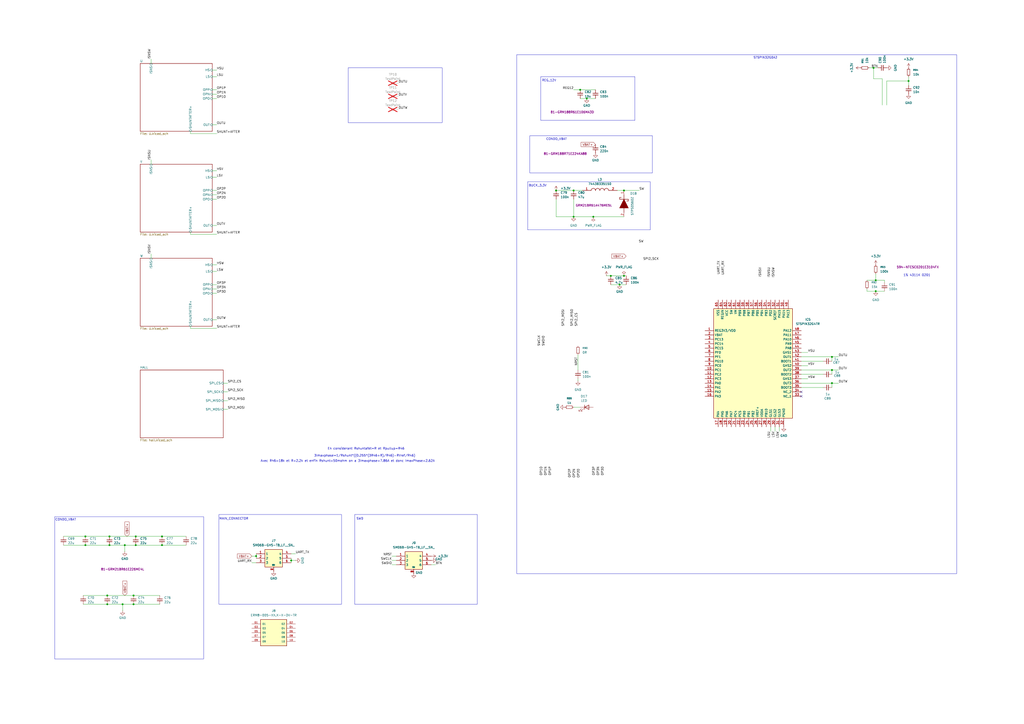
<source format=kicad_sch>
(kicad_sch (version 20250114) (generator "eeschema") (generator_version "9.0")
  (paper "A2")
  (rectangle (start 307.34 78.74) (end 378.46 100.33))
  (rectangle (start 299.72 31.75) (end 554.99 332.74))
  (rectangle (start 306.07 105.41) (end 377.19 133.35))
  (rectangle (start 31.75 299.72) (end 118.11 382.27))
  (rectangle (start 313.69 44.45) (end 368.3 69.85))
  (rectangle (start 201.93 39.37) (end 256.54 71.12))
  (rectangle (start 127 298.45) (end 198.12 350.52))
  (rectangle (start 205.74 298.45) (end 276.86 350.52))
  (text "BUCK_3.3V\n" (at 311.912 107.696 0) (effects (font (size 1.27 1.27))))
  (text "STSPIN32G0A2" (at 443.992 33.528 0) (effects (font (size 1.27 1.27))))
  (text "CONDO_VBAT" (at 38.1 301.498 0) (effects (font (size 1.27 1.27))))
  (text "MAIN_CONNECTOR" (at 135.636 300.99 0) (effects (font (size 1.27 1.27))))
  (text "1% 4311K 0201" (at 531.876 159.766 0) (effects (font (size 1.27 1.27))))
  (text "SWD\n" (at 208.788 300.99 0) (effects (font (size 1.27 1.27))))
  (text "CONDO_VBAT" (at 322.834 80.772 0) (effects (font (size 1.27 1.27))))
  (text "En considerant Rshuntafet=R et Rpullup=R46" (at 212.344 260.35 0) (effects (font (size 1.27 1.27))))
  (text "3Imaxphase=1/Rshunt*((0.255*(3R46+R)/R46)-RVref/R46)\n" (at 211.582 264.414 0) (effects (font (size 1.27 1.27))))
  (text "Avec R46=18k et R=2.2k et enfin Rshunt=50mohm on a 3Imaxphase=7.86A et donc ImaxPhase=2.62A" (at 201.676 267.462 0) (effects (font (size 1.27 1.27))))
  (text "REG_12V\n" (at 318.516 46.736 0) (effects (font (size 1.27 1.27))))
  (junction (at 322.58 110.49))
  (junction (at 168.91 325.12))
  (junction (at 508 162.56))
  (junction (at 482.6 222.25))
  (junction (at 78.74 316.23))
  (junction (at 93.98 311.15))
  (junction (at 49.53 311.15))
  (junction (at 71.12 350.52))
  (junction (at 359.41 165.1))
  (junction (at 482.6 214.63))
  (junction (at 49.53 316.23))
  (junction (at 63.5 311.15))
  (junction (at 340.36 57.15))
  (junction (at 332.74 110.49))
  (junction (at 361.95 160.02))
  (junction (at 78.74 311.15))
  (junction (at 344.17 125.73))
  (junction (at 482.6 207.01))
  (junction (at 77.47 345.44))
  (junction (at 336.55 52.07))
  (junction (at 354.33 160.02))
  (junction (at 506.73 39.37))
  (junction (at 361.95 110.49))
  (junction (at 62.23 350.52))
  (junction (at 77.47 350.52))
  (junction (at 508 168.91))
  (junction (at 527.05 46.99))
  (junction (at 72.39 316.23))
  (junction (at 332.74 125.73))
  (junction (at 63.5 316.23))
  (junction (at 93.98 316.23))
  (junction (at 62.23 345.44))
  (junction (at 148.59 322.58))
  (no_connect (at 464.82 227.33))
  (no_connect (at 464.82 229.87))
  (wire (pts (xy 464.82 222.25) (xy 482.6 222.25)))
  (wire (pts (xy 125.73 153.67) (xy 123.19 153.67)))
  (wire (pts (xy 508 168.91) (xy 513.08 168.91)))
  (wire (pts (xy 168.91 325.12) (xy 168.91 326.39)))
  (wire (pts (xy 125.73 157.48) (xy 123.19 157.48)))
  (wire (pts (xy 468.63 219.71) (xy 464.82 219.71)))
  (wire (pts (xy 125.73 130.81) (xy 123.19 130.81)))
  (wire (pts (xy 110.49 190.5) (xy 110.49 189.23)))
  (wire (pts (xy 148.59 322.58) (xy 148.59 323.85)))
  (wire (pts (xy 87.63 92.71) (xy 87.63 95.25)))
  (wire (pts (xy 125.73 77.47) (xy 110.49 77.47)))
  (wire (pts (xy 332.74 125.73) (xy 344.17 125.73)))
  (wire (pts (xy 72.39 316.23) (xy 72.39 320.04)))
  (wire (pts (xy 125.73 72.39) (xy 123.19 72.39)))
  (wire (pts (xy 148.59 321.31) (xy 148.59 322.58)))
  (wire (pts (xy 502.92 168.91) (xy 508 168.91)))
  (wire (pts (xy 36.83 311.15) (xy 49.53 311.15)))
  (wire (pts (xy 125.73 54.61) (xy 123.19 54.61)))
  (wire (pts (xy 72.39 316.23) (xy 78.74 316.23)))
  (wire (pts (xy 125.73 170.18) (xy 123.19 170.18)))
  (wire (pts (xy 482.6 224.79) (xy 482.6 222.25)))
  (wire (pts (xy 48.26 350.52) (xy 62.23 350.52)))
  (wire (pts (xy 146.05 326.39) (xy 148.59 326.39)))
  (wire (pts (xy 506.73 45.72) (xy 506.73 39.37)))
  (wire (pts (xy 332.74 110.49) (xy 337.82 110.49)))
  (wire (pts (xy 482.6 207.01) (xy 486.41 207.01)))
  (wire (pts (xy 449.58 250.19) (xy 449.58 247.65)))
  (wire (pts (xy 125.73 110.49) (xy 123.19 110.49)))
  (wire (pts (xy 514.35 46.99) (xy 527.05 46.99)))
  (wire (pts (xy 468.63 204.47) (xy 464.82 204.47)))
  (wire (pts (xy 63.5 311.15) (xy 78.74 311.15)))
  (wire (pts (xy 125.73 102.87) (xy 123.19 102.87)))
  (wire (pts (xy 93.98 316.23) (xy 107.95 316.23)))
  (wire (pts (xy 125.73 185.42) (xy 123.19 185.42)))
  (wire (pts (xy 511.81 60.96) (xy 511.81 45.72)))
  (wire (pts (xy 227.33 322.58) (xy 229.87 322.58)))
  (wire (pts (xy 447.04 250.19) (xy 447.04 247.65)))
  (wire (pts (xy 125.73 99.06) (xy 123.19 99.06)))
  (wire (pts (xy 78.74 311.15) (xy 93.98 311.15)))
  (wire (pts (xy 322.58 125.73) (xy 322.58 115.57)))
  (wire (pts (xy 252.73 327.66) (xy 250.19 327.66)))
  (wire (pts (xy 336.55 52.07) (xy 345.44 52.07)))
  (wire (pts (xy 502.92 162.56) (xy 508 162.56)))
  (wire (pts (xy 63.5 316.23) (xy 72.39 316.23)))
  (wire (pts (xy 527.05 44.45) (xy 527.05 46.99)))
  (wire (pts (xy 354.33 160.02) (xy 361.95 160.02)))
  (wire (pts (xy 322.58 110.49) (xy 332.74 110.49)))
  (wire (pts (xy 71.12 350.52) (xy 77.47 350.52)))
  (wire (pts (xy 125.73 167.64) (xy 123.19 167.64)))
  (wire (pts (xy 125.73 40.64) (xy 123.19 40.64)))
  (wire (pts (xy 513.08 162.56) (xy 513.08 163.83)))
  (wire (pts (xy 171.45 325.12) (xy 168.91 325.12)))
  (wire (pts (xy 78.74 316.23) (xy 93.98 316.23)))
  (wire (pts (xy 332.74 236.22) (xy 336.55 236.22)))
  (wire (pts (xy 482.6 217.17) (xy 482.6 214.63)))
  (wire (pts (xy 482.6 209.55) (xy 482.6 207.01)))
  (wire (pts (xy 506.73 39.37) (xy 509.27 39.37)))
  (wire (pts (xy 482.6 214.63) (xy 486.41 214.63)))
  (wire (pts (xy 87.63 147.32) (xy 87.63 149.86)))
  (wire (pts (xy 508 162.56) (xy 508 158.75)))
  (wire (pts (xy 125.73 52.07) (xy 123.19 52.07)))
  (wire (pts (xy 110.49 77.47) (xy 110.49 76.2)))
  (wire (pts (xy 125.73 115.57) (xy 123.19 115.57)))
  (wire (pts (xy 146.05 322.58) (xy 148.59 322.58)))
  (wire (pts (xy 110.49 135.89) (xy 110.49 134.62)))
  (wire (pts (xy 340.36 57.15) (xy 345.44 57.15)))
  (wire (pts (xy 125.73 57.15) (xy 123.19 57.15)))
  (wire (pts (xy 336.55 57.15) (xy 340.36 57.15)))
  (wire (pts (xy 354.33 165.1) (xy 359.41 165.1)))
  (wire (pts (xy 464.82 207.01) (xy 482.6 207.01)))
  (wire (pts (xy 87.63 34.29) (xy 87.63 36.83)))
  (wire (pts (xy 171.45 321.31) (xy 168.91 321.31)))
  (wire (pts (xy 361.95 110.49) (xy 370.84 110.49)))
  (wire (pts (xy 132.08 222.25) (xy 129.54 222.25)))
  (wire (pts (xy 513.08 162.56) (xy 508 162.56)))
  (wire (pts (xy 125.73 135.89) (xy 110.49 135.89)))
  (wire (pts (xy 48.26 345.44) (xy 62.23 345.44)))
  (wire (pts (xy 168.91 325.12) (xy 168.91 323.85)))
  (wire (pts (xy 49.53 316.23) (xy 63.5 316.23)))
  (wire (pts (xy 335.28 205.74) (xy 335.28 214.63)))
  (wire (pts (xy 464.82 209.55) (xy 477.52 209.55)))
  (wire (pts (xy 62.23 345.44) (xy 77.47 345.44)))
  (wire (pts (xy 464.82 214.63) (xy 482.6 214.63)))
  (wire (pts (xy 125.73 165.1) (xy 123.19 165.1)))
  (wire (pts (xy 452.12 250.19) (xy 452.12 247.65)))
  (wire (pts (xy 125.73 113.03) (xy 123.19 113.03)))
  (wire (pts (xy 227.33 325.12) (xy 229.87 325.12)))
  (wire (pts (xy 504.19 39.37) (xy 506.73 39.37)))
  (wire (pts (xy 332.74 115.57) (xy 332.74 125.73)))
  (wire (pts (xy 77.47 345.44) (xy 92.71 345.44)))
  (wire (pts (xy 502.92 167.64) (xy 502.92 168.91)))
  (wire (pts (xy 77.47 350.52) (xy 92.71 350.52)))
  (wire (pts (xy 227.33 327.66) (xy 229.87 327.66)))
  (wire (pts (xy 527.05 46.99) (xy 527.05 49.53)))
  (wire (pts (xy 62.23 350.52) (xy 71.12 350.52)))
  (wire (pts (xy 361.95 160.02) (xy 363.22 160.02)))
  (wire (pts (xy 468.63 212.09) (xy 464.82 212.09)))
  (wire (pts (xy 464.82 224.79) (xy 477.52 224.79)))
  (wire (pts (xy 359.41 165.1) (xy 363.22 165.1)))
  (wire (pts (xy 322.58 125.73) (xy 332.74 125.73)))
  (wire (pts (xy 464.82 217.17) (xy 477.52 217.17)))
  (wire (pts (xy 514.35 46.99) (xy 514.35 60.96)))
  (wire (pts (xy 36.83 316.23) (xy 49.53 316.23)))
  (wire (pts (xy 125.73 44.45) (xy 123.19 44.45)))
  (wire (pts (xy 344.17 125.73) (xy 361.95 125.73)))
  (wire (pts (xy 132.08 237.49) (xy 129.54 237.49)))
  (wire (pts (xy 129.54 227.33) (xy 132.08 227.33)))
  (wire (pts (xy 358.14 110.49) (xy 361.95 110.49)))
  (wire (pts (xy 335.28 219.71) (xy 335.28 220.98)))
  (wire (pts (xy 49.53 311.15) (xy 63.5 311.15)))
  (wire (pts (xy 351.79 160.02) (xy 354.33 160.02)))
  (wire (pts (xy 71.12 350.52) (xy 71.12 354.33)))
  (wire (pts (xy 332.74 52.07) (xy 336.55 52.07)))
  (wire (pts (xy 93.98 311.15) (xy 107.95 311.15)))
  (wire (pts (xy 132.08 232.41) (xy 129.54 232.41)))
  (wire (pts (xy 511.81 45.72) (xy 506.73 45.72)))
  (wire (pts (xy 482.6 222.25) (xy 486.41 222.25)))
  (wire (pts (xy 125.73 190.5) (xy 110.49 190.5)))
  (label "LSV" (at 125.73 102.87 0))
  (label "NRST" (at 227.33 322.58 180))
  (label "SW" (at 373.38 140.97 180))
  (label "SPI2_MISO" (at 132.08 232.41 0))
  (label "HSW" (at 125.73 153.67 0))
  (label "HSV" (at 468.63 212.09 0))
  (label "SPI2_CS" (at 132.08 222.25 0))
  (label "NRST" (at 335.28 212.09 90))
  (label "OP1O" (at 125.73 57.15 0))
  (label "OP2O" (at 336.55 271.78 270))
  (label "ISNSU" (at 87.63 92.71 90))
  (label "ISNSU" (at 447.04 154.94 270))
  (label "HSU" (at 125.73 40.64 0))
  (label "OP2O" (at 125.73 115.57 0))
  (label "OUTV" (at 486.41 214.63 0))
  (label "SPI2_CS" (at 335.28 189.23 90))
  (label "BTN" (at 252.73 327.66 0))
  (label "OP3N" (at 125.73 167.64 0))
  (label "SPI2_SCK" (at 382.27 151.13 180))
  (label "UART_TX" (at 417.83 151.13 270))
  (label "OP2P" (at 331.47 271.78 270))
  (label "SPI2_MOSI" (at 132.08 237.49 0))
  (label "OP3P" (at 125.73 165.1 0))
  (label "OP1N" (at 317.5 270.51 270))
  (label "OUTW" (at 486.41 222.25 0))
  (label "OUTW" (at 231.14 63.5 0))
  (label "OP1N" (at 125.73 54.61 0))
  (label "OUTU" (at 486.41 207.01 0))
  (label "OP1P" (at 125.73 52.07 0))
  (label "ISNSV" (at 441.96 154.94 270))
  (label "LSU" (at 447.04 250.19 270))
  (label "OUTU" (at 125.73 72.39 0))
  (label "SHUNT+AFTER" (at 125.73 135.89 0))
  (label "OUTV" (at 231.14 55.88 0))
  (label "UART_RX" (at 146.05 326.39 180))
  (label "LSV" (at 449.58 250.19 270))
  (label "REG12" (at 332.74 52.07 180))
  (label "UART_RX" (at 420.37 151.13 270))
  (label "LSU" (at 125.73 44.45 0))
  (label "LSW" (at 452.12 250.19 270))
  (label "SPI2_MOSI" (at 327.66 189.23 90))
  (label "SW" (at 370.84 110.49 0))
  (label "SWDIO" (at 316.23 200.66 90))
  (label "UART_TX" (at 171.45 321.31 0))
  (label "ISNSV" (at 87.63 147.32 90))
  (label "OP1O" (at 314.96 270.51 270))
  (label "SWDIO" (at 227.33 327.66 180))
  (label "HSU" (at 468.63 204.47 0))
  (label "OP3P" (at 345.44 270.51 270))
  (label "HSV" (at 125.73 99.06 0))
  (label "OP1P" (at 320.04 270.51 270))
  (label "ISNSW" (at 87.63 34.29 90))
  (label "OUTW" (at 125.73 185.42 0))
  (label "HSW" (at 468.63 219.71 0))
  (label "OP2N" (at 125.73 113.03 0))
  (label "SPI2_SCK" (at 132.08 227.33 0))
  (label "SWCLK" (at 313.69 200.66 90))
  (label "LSW" (at 125.73 157.48 0))
  (label "BTN" (at 505.46 39.37 0))
  (label "OP3N" (at 347.98 270.51 270))
  (label "OUTU" (at 231.14 48.26 0))
  (label "ISNSW" (at 449.58 154.94 270))
  (label "SWCLK" (at 227.33 325.12 180))
  (label "OP2P" (at 125.73 110.49 0))
  (label "OP3O" (at 125.73 170.18 0))
  (label "SPI2_MISO" (at 332.74 189.23 90))
  (label "OP2N" (at 334.01 271.78 270))
  (label "SHUNT+AFTER" (at 125.73 77.47 0))
  (label "OUTV" (at 125.73 130.81 0))
  (label "SHUNT+AFTER" (at 125.73 190.5 0))
  (label "OP3O" (at 350.52 270.51 270))
  (global_label "VBAT+" (shape input) (at 345.44 83.82 180) (property "Intersheetrefs" "${INTERSHEET_REFS}" (effects (hide yes))))
  (global_label "VBAT+" (shape input) (at 72.39 345.44 90) (property "Intersheetrefs" "${INTERSHEET_REFS}" (effects (hide yes))))
  (global_label "VBAT+" (shape input) (at 363.22 148.59 180) (property "Intersheetrefs" "${INTERSHEET_REFS}" (effects (hide yes))))
  (global_label "VBAT+" (shape input) (at 73.66 311.15 90) (property "Intersheetrefs" "${INTERSHEET_REFS}" (effects (hide yes))))
  (global_label "VBAT+" (shape input) (at 146.05 322.58 180) (property "Intersheetrefs" "${INTERSHEET_REFS}" (effects (hide yes))))
  (symbol (lib_id "Device:C_Small") (at 480.06 217.17 90) (mirror x) (unit 1)
    (property "Reference" "C20" (at 485.648 217.932 90))
    (property "Value" "1u" (at 485.648 215.9 90))
    (property "Footprint" "Capacitor_SMD:C_0603_1608Metric" (effects (hide yes)))
    (property "Description" "Unpolarized capacitor, small symbol" (effects (hide yes)))
    (property "Manufacturer_Part_Number" "GCM188M8EH105KE8D" (effects (hide yes)))
    (property "Mouser Part Number" "81-GCM188M8EH105KE8D" (effects (hide yes)))
    (instances (project "FOC_CONTROLLER_V1" (path "" (reference "C88") (unit 1)) (path "" (reference "C20") (unit 1)) (path "" (reference "C54") (unit 1))))
  )
  (symbol (lib_id "Connector:TestPoint") (at 231.14 55.88 90) (unit 1) (dnp yes)
    (property "Reference" "TP5" (at 227.838 50.8 90))
    (property "Value" "TestPoint" (at 227.838 53.34 90))
    (property "Footprint" "samacsys:hole_1.5mm" (effects (hide yes)))
    (property "Description" "test point" (effects (hide yes)))
    (instances (project "FOC_CONTROLLER_V1" (path "" (reference "TP11") (unit 1)) (path "" (reference "TP5") (unit 1)) (path "" (reference "TP8") (unit 1))))
  )
  (symbol (lib_id "power:GND") (at 335.28 220.98 0) (unit 1)
    (property "Reference" "#PWR012" (effects (hide yes)))
    (property "Value" "GND" (at 335.28 226.06 0))
    (property "Description" "Power symbol creates a global label with name \"GND\" , ground" (effects (hide yes)))
    (instances (project "FOC_CONTROLLER_V1" (path "" (reference "#PWR098") (unit 1)) (path "" (reference "#PWR012") (unit 1)) (path "" (reference "#PWR055") (unit 1))))
  )
  (symbol (lib_id "power:GND") (at 327.66 236.22 270) (unit 1)
    (property "Reference" "#PWR010" (effects (hide yes)))
    (property "Value" "GND" (at 323.596 236.22 0))
    (property "Description" "Power symbol creates a global label with name \"GND\" , ground" (effects (hide yes)))
    (instances (project "FOC_CONTROLLER_V1" (path "" (reference "#PWR096") (unit 1)) (path "" (reference "#PWR010") (unit 1)) (path "" (reference "#PWR053") (unit 1))))
  )
  (symbol (lib_id "Device:C_Small") (at 336.55 54.61 180) (unit 1)
    (property "Reference" "C14" (at 339.09 53.3335 0) (effects (justify right)))
    (property "Value" "10u" (at 339.09 55.8735 0) (effects (justify right)))
    (property "Footprint" "Capacitor_SMD:C_0603_1608Metric" (effects (hide yes)))
    (property "Description" "Unpolarized capacitor, small symbol" (effects (hide yes)))
    (property "Manufacturer_Part_Number" "GRM188R61E106MA3D" (effects (hide yes)))
    (property "Mouser Part Number" "81-GRM188R61E106MA3D" (at 331.978 65.024 0))
    (instances (project "FOC_CONTROLLER_V1" (path "" (reference "C82") (unit 1)) (path "" (reference "C14") (unit 1)) (path "" (reference "C48") (unit 1))))
  )
  (symbol (lib_id "power:GND") (at 345.44 88.9 0) (unit 1)
    (property "Reference" "#PWR014" (effects (hide yes)))
    (property "Value" "GND" (at 345.44 92.964 0))
    (property "Description" "Power symbol creates a global label with name \"GND\" , ground" (effects (hide yes)))
    (instances (project "FOC_CONTROLLER_V1" (path "" (reference "#PWR0100") (unit 1)) (path "" (reference "#PWR014") (unit 1)) (path "" (reference "#PWR057") (unit 1))))
  )
  (symbol (lib_id "Device:R_Small") (at 527.05 41.91 0) (unit 1)
    (property "Reference" "R6" (at 529.59 40.6399 0) (effects (font (size 1.016 1.016)) (justify left)))
    (property "Value" "10k" (at 529.59 43.1799 0) (effects (justify left)))
    (property "Footprint" "Resistor_SMD:R_0201_0603Metric_Pad0.64x0.40mm_HandSolder" (effects (hide yes)))
    (property "Description" "Resistor, small symbol" (effects (hide yes)))
    (instances (project "FOC_CONTROLLER_V1" (path "" (reference "R94") (unit 1)) (path "" (reference "R6") (unit 1)) (path "" (reference "R50") (unit 1))))
  )
  (symbol (lib_id "Device:R_Small") (at 330.2 236.22 90) (unit 1)
    (property "Reference" "R1" (at 330.2 231.14 90) (effects (font (size 1.016 1.016))))
    (property "Value" "1k" (at 330.2 233.68 90))
    (property "Footprint" "Resistor_SMD:R_0201_0603Metric_Pad0.64x0.40mm_HandSolder" (effects (hide yes)))
    (property "Description" "Resistor, small symbol" (effects (hide yes)))
    (instances (project "FOC_CONTROLLER_V1" (path "" (reference "R89") (unit 1)) (path "" (reference "R1") (unit 1)) (path "" (reference "R45") (unit 1))))
  )
  (symbol (lib_id "power:GND") (at 171.45 325.12 90) (unit 1)
    (property "Reference" "#PWR05" (effects (hide yes)))
    (property "Value" "GND" (at 175.514 325.12 0))
    (property "Description" "Power symbol creates a global label with name \"GND\" , ground" (effects (hide yes)))
    (instances (project "FOC_CONTROLLER_V1" (path "" (reference "#PWR091") (unit 1)) (path "" (reference "#PWR05") (unit 1)) (path "" (reference "#PWR048") (unit 1))))
  )
  (symbol (lib_id "Device:C_Small") (at 345.44 54.61 0) (unit 1)
    (property "Reference" "C15" (at 347.98 53.3462 0) (effects (justify left)))
    (property "Value" "100n" (at 347.98 55.8862 0) (effects (justify left)))
    (property "Footprint" "Capacitor_SMD:C_0201_0603Metric_Pad0.64x0.40mm_HandSolder" (effects (hide yes)))
    (property "Description" "Unpolarized capacitor, small symbol" (effects (hide yes)))
    (instances (project "FOC_CONTROLLER_V1" (path "" (reference "C83") (unit 1)) (path "" (reference "C15") (unit 1)) (path "" (reference "C49") (unit 1))))
  )
  (symbol (lib_id "samacsys2:74438335150") (at 337.82 110.49 0) (unit 1)
    (property "Reference" "L1" (at 347.98 104.14 0))
    (property "Value" "74438335150" (at 347.98 106.68 0))
    (property "Footprint" "samacsys2:74438335150" (effects (hide yes)))
    (property "Datasheet" "http://katalog.we-online.de/pbs/datasheet/74438335150.pdf" (effects (hide yes)))
    (property "Description" "WE-MAPI SMD Shielded Power Inductor, 3015, 15uH" (effects (hide yes)))
    (property "Height" "1.5" (effects (hide yes)))
    (property "Manufacturer_Name" "Wurth Elektronik" (effects (hide yes)))
    (property "Manufacturer_Part_Number" "74438335150" (effects (hide yes)))
    (property "Mouser Part Number" "710-74438335150" (effects (hide yes)))
    (property "Mouser Price/Stock" "https://www.mouser.co.uk/ProductDetail/Wurth-Elektronik/74438335150?qs=ZB8tH5z5N7ZM3vWC%252BUnWrw%3D%3D" (effects (hide yes)))
    (instances (project "" (path "" (reference "L3") (unit 1)) (path "" (reference "L1") (unit 1)) (path "" (reference "L2") (unit 1))))
  )
  (symbol (lib_id "power:+3.3V") (at 351.79 160.02 0) (unit 1)
    (property "Reference" "#PWR015" (effects (hide yes)))
    (property "Value" "+3.3V" (at 351.79 154.94 0))
    (property "Description" "Power symbol creates a global label with name \"+3.3V\"" (effects (hide yes)))
    (instances (project "FOC_CONTROLLER_V1" (path "" (reference "#PWR0101") (unit 1)) (path "" (reference "#PWR015") (unit 1)) (path "" (reference "#PWR058") (unit 1))))
  )
  (symbol (lib_id "Device:C_Small") (at 62.23 347.98 0) (unit 1)
    (property "Reference" "C4" (at 64.77 346.7162 0) (effects (justify left)))
    (property "Value" "22u" (at 64.77 349.2562 0) (effects (justify left)))
    (property "Footprint" "Capacitor_SMD:C_0805_2012Metric" (effects (hide yes)))
    (property "Description" "GRM21BR61A476ME15" (effects (hide yes)))
    (property "Manufacturer_Part_Number" "GRM21BR61E226ME4L" (effects (hide yes)))
    (property "Mouser Part Number" "81-GRM21BR61E226ME4L" (effects (hide yes)))
    (instances (project "FOC_CONTROLLER_V1" (path "" (reference "C72") (unit 1)) (path "" (reference "C4") (unit 1)) (path "" (reference "C38") (unit 1))))
  )
  (symbol (lib_id "power:GND") (at 527.05 54.61 0) (unit 1)
    (property "Reference" "#PWR023" (effects (hide yes)))
    (property "Value" "GND" (at 527.05 59.69 0))
    (property "Description" "Power symbol creates a global label with name \"GND\" , ground" (effects (hide yes)))
    (instances (project "FOC_CONTROLLER_V1" (path "" (reference "#PWR0109") (unit 1)) (path "" (reference "#PWR023") (unit 1)) (path "" (reference "#PWR066") (unit 1))))
  )
  (symbol (lib_id "samacsys:STPS0560Z") (at 361.95 107.95 270) (unit 1)
    (property "Reference" "D2" (at 365.506 112.268 90) (effects (justify left)))
    (property "Value" "STPS0560Z" (at 366.776 114.046 0) (effects (justify left)))
    (property "Footprint" "samacsys:STPS0560Z" (effects (hide yes)))
    (property "Datasheet" "http://www.st.com/web/en/resource/technical/document/datasheet/CD00001852.pdf" (effects (hide yes)))
    (property "Description" "STPS0560Z, Schottky Diode,  0.5A max, 60V, 2-Pin, SOD-123" (effects (hide yes)))
    (property "Manufacturer_Name" "STMicroelectronics" (effects (hide yes)))
    (property "Manufacturer_Part_Number" "STPS0560Z" (effects (hide yes)))
    (property "Mouser Part Number" "511-STPS0560Z" (effects (hide yes)))
    (property "Mouser Price/Stock" "https://www.mouser.co.uk/ProductDetail/STMicroelectronics/STPS0560Z?qs=E0mHVHmM7ubnz8C3lwoo5Q%3D%3D" (effects (hide yes)))
    (property "Arrow Part Number" "STPS0560Z" (effects (hide yes)))
    (property "Arrow Price/Stock" "https://www.arrow.com/en/products/stps0560z/stmicroelectronics?region=nac" (effects (hide yes)))
    (instances (project "FOC_CONTROLLER_V1" (path "" (reference "D18") (unit 1)) (path "" (reference "D2") (unit 1)) (path "" (reference "D10") (unit 1))))
  )
  (symbol (lib_id "power:GND") (at 508 168.91 0) (unit 1)
    (property "Reference" "#PWR020" (effects (hide yes)))
    (property "Value" "GND" (at 508 173.99 0))
    (property "Description" "Power symbol creates a global label with name \"GND\" , ground" (effects (hide yes)))
    (instances (project "FOC_CONTROLLER_V1" (path "" (reference "#PWR0106") (unit 1)) (path "" (reference "#PWR020") (unit 1)) (path "" (reference "#PWR063") (unit 1))))
  )
  (symbol (lib_id "Device:C_Small") (at 78.74 313.69 0) (unit 1)
    (property "Reference" "C7" (at 81.28 312.4262 0) (effects (justify left)))
    (property "Value" "22u" (at 81.28 314.9662 0) (effects (justify left)))
    (property "Footprint" "Capacitor_SMD:C_0805_2012Metric" (effects (hide yes)))
    (property "Description" "GRM21BR61A476ME15" (effects (hide yes)))
    (property "Manufacturer_Part_Number" "GRM21BR61E226ME4L" (effects (hide yes)))
    (property "Mouser Part Number" "81-GRM21BR61E226ME4L" (effects (hide yes)))
    (instances (project "FOC_CONTROLLER_V1" (path "" (reference "C75") (unit 1)) (path "" (reference "C7") (unit 1)) (path "" (reference "C41") (unit 1))))
  )
  (symbol (lib_id "Device:C_Small") (at 63.5 313.69 0) (unit 1)
    (property "Reference" "C5" (at 66.04 312.4262 0) (effects (justify left)))
    (property "Value" "22u" (at 66.04 314.9662 0) (effects (justify left)))
    (property "Footprint" "Capacitor_SMD:C_0805_2012Metric" (effects (hide yes)))
    (property "Description" "GRM21BR61A476ME15" (effects (hide yes)))
    (property "Manufacturer_Part_Number" "GRM21BR61E226ME4L" (effects (hide yes)))
    (property "Mouser Part Number" "81-GRM21BR61E226ME4L" (at 71.12 330.2 0))
    (instances (project "FOC_CONTROLLER_V1" (path "" (reference "C73") (unit 1)) (path "" (reference "C5") (unit 1)) (path "" (reference "C39") (unit 1))))
  )
  (symbol (lib_id "power:GND") (at 250.19 325.12 90) (unit 1)
    (property "Reference" "#PWR08" (effects (hide yes)))
    (property "Value" "GND" (at 252.476 324.358 90) (effects (justify right)))
    (property "Description" "Power symbol creates a global label with name \"GND\" , ground" (effects (hide yes)))
    (instances (project "FOC_CONTROLLER_V1" (path "" (reference "#PWR094") (unit 1)) (path "" (reference "#PWR08") (unit 1)) (path "" (reference "#PWR051") (unit 1))))
  )
  (symbol (lib_id "power:PWR_FLAG") (at 344.17 125.73 180) (unit 1)
    (property "Reference" "#FLG01" (effects (hide yes)))
    (property "Value" "PWR_FLAG" (at 344.17 130.81 0))
    (property "Description" "Special symbol for telling ERC where power comes from" (effects (hide yes)))
    (instances (project "FOC_CONTROLLER_V1" (path "" (reference "#FLG05") (unit 1)) (path "" (reference "#FLG01") (unit 1)) (path "" (reference "#FLG03") (unit 1))))
  )
  (symbol (lib_id "Device:R_Small") (at 501.65 39.37 90) (unit 1)
    (property "Reference" "R3" (at 500.3799 36.83 0) (effects (font (size 1.016 1.016)) (justify left)))
    (property "Value" "10k" (at 502.9199 36.83 0) (effects (justify left)))
    (property "Footprint" "Resistor_SMD:R_0201_0603Metric_Pad0.64x0.40mm_HandSolder" (effects (hide yes)))
    (property "Description" "Resistor, small symbol" (effects (hide yes)))
    (instances (project "FOC_CONTROLLER_V1" (path "" (reference "R91") (unit 1)) (path "" (reference "R3") (unit 1)) (path "" (reference "R47") (unit 1))))
  )
  (symbol (lib_id "Device:C_Small") (at 335.28 217.17 0) (unit 1)
    (property "Reference" "C13" (at 337.82 215.9062 0) (effects (justify left)))
    (property "Value" "100n" (at 337.82 218.4462 0) (effects (justify left)))
    (property "Footprint" "Capacitor_SMD:C_0201_0603Metric_Pad0.64x0.40mm_HandSolder" (effects (hide yes)))
    (property "Description" "Unpolarized capacitor, small symbol" (effects (hide yes)))
    (instances (project "FOC_CONTROLLER_V1" (path "" (reference "C81") (unit 1)) (path "" (reference "C13") (unit 1)) (path "" (reference "C47") (unit 1))))
  )
  (symbol (lib_id "power:+3.3V") (at 499.11 39.37 90) (unit 1)
    (property "Reference" "#PWR018" (effects (hide yes)))
    (property "Value" "+3.3V" (at 494.03 39.37 0))
    (property "Description" "Power symbol creates a global label with name \"+3.3V\"" (effects (hide yes)))
    (instances (project "FOC_CONTROLLER_V1" (path "" (reference "#PWR0104") (unit 1)) (path "" (reference "#PWR018") (unit 1)) (path "" (reference "#PWR061") (unit 1))))
  )
  (symbol (lib_id "power:GND") (at 340.36 57.15 0) (unit 1)
    (property "Reference" "#PWR013" (effects (hide yes)))
    (property "Value" "GND" (at 340.36 61.214 0))
    (property "Description" "Power symbol creates a global label with name \"GND\" , ground" (effects (hide yes)))
    (instances (project "FOC_CONTROLLER_V1" (path "" (reference "#PWR099") (unit 1)) (path "" (reference "#PWR013") (unit 1)) (path "" (reference "#PWR056") (unit 1))))
  )
  (symbol (lib_id "Device:C_Small") (at 511.81 39.37 90) (unit 1)
    (property "Reference" "C22" (at 510.5462 36.83 0) (effects (justify left)))
    (property "Value" "100n" (at 513.0862 36.83 0) (effects (justify left)))
    (property "Footprint" "Capacitor_SMD:C_0201_0603Metric_Pad0.64x0.40mm_HandSolder" (effects (hide yes)))
    (property "Description" "Unpolarized capacitor, small symbol" (effects (hide yes)))
    (instances (project "FOC_CONTROLLER_V1" (path "" (reference "C90") (unit 1)) (path "" (reference "C22") (unit 1)) (path "" (reference "C56") (unit 1))))
  )
  (symbol (lib_id "Device:C_Small") (at 93.98 313.69 0) (unit 1)
    (property "Reference" "C9" (at 96.52 312.4262 0) (effects (justify left)))
    (property "Value" "22u" (at 96.52 314.9662 0) (effects (justify left)))
    (property "Footprint" "Capacitor_SMD:C_0805_2012Metric" (effects (hide yes)))
    (property "Description" "GRM21BR61A476ME15" (effects (hide yes)))
    (property "Manufacturer_Part_Number" "GRM21BR61E226ME4L" (effects (hide yes)))
    (property "Mouser Part Number" "81-GRM21BR61E226ME4L" (effects (hide yes)))
    (instances (project "FOC_CONTROLLER_V1" (path "" (reference "C77") (unit 1)) (path "" (reference "C9") (unit 1)) (path "" (reference "C43") (unit 1))))
  )
  (symbol (lib_id "power:GND") (at 158.75 331.47 0) (unit 1)
    (property "Reference" "#PWR04" (effects (hide yes)))
    (property "Value" "GND" (at 158.75 335.534 0))
    (property "Description" "Power symbol creates a global label with name \"GND\" , ground" (effects (hide yes)))
    (instances (project "FOC_CONTROLLER_V1" (path "" (reference "#PWR090") (unit 1)) (path "" (reference "#PWR04") (unit 1)) (path "" (reference "#PWR047") (unit 1))))
  )
  (symbol (lib_id "Device:C_Small") (at 480.06 209.55 90) (mirror x) (unit 1)
    (property "Reference" "C19" (at 485.14 210.312 90))
    (property "Value" "1u" (at 485.14 208.28 90))
    (property "Footprint" "Capacitor_SMD:C_0603_1608Metric" (effects (hide yes)))
    (property "Description" "Unpolarized capacitor, small symbol" (effects (hide yes)))
    (property "Manufacturer_Part_Number" "GCM188M8EH105KE8D" (effects (hide yes)))
    (property "Mouser Part Number" "81-GCM188M8EH105KE8D" (effects (hide yes)))
    (instances (project "FOC_CONTROLLER_V1" (path "" (reference "C87") (unit 1)) (path "" (reference "C19") (unit 1)) (path "" (reference "C53") (unit 1))))
  )
  (symbol (lib_id "Device:C_Small") (at 77.47 347.98 0) (unit 1)
    (property "Reference" "C6" (at 80.01 346.7162 0) (effects (justify left)))
    (property "Value" "22u" (at 80.01 349.2562 0) (effects (justify left)))
    (property "Footprint" "Capacitor_SMD:C_0805_2012Metric" (effects (hide yes)))
    (property "Description" "GRM21BR61A476ME15" (effects (hide yes)))
    (property "Manufacturer_Part_Number" "GRM21BR61E226ME4L" (effects (hide yes)))
    (property "Mouser Part Number" "81-GRM21BR61E226ME4L" (effects (hide yes)))
    (instances (project "FOC_CONTROLLER_V1" (path "" (reference "C74") (unit 1)) (path "" (reference "C6") (unit 1)) (path "" (reference "C40") (unit 1))))
  )
  (symbol (lib_id "Device:LED") (at 340.36 236.22 0) (unit 1)
    (property "Reference" "D1" (at 338.7725 229.87 0))
    (property "Value" "LED" (at 338.7725 232.41 0))
    (property "Footprint" "LED_SMD:LED_0402_1005Metric" (effects (hide yes)))
    (property "Description" "Light emitting diode" (effects (hide yes)))
    (property "Sim.Pins" "1=K 2=A" (effects (hide yes)))
    (instances (project "FOC_CONTROLLER_V1" (path "" (reference "D17") (unit 1)) (path "" (reference "D1") (unit 1)) (path "" (reference "D9") (unit 1))))
  )
  (symbol (lib_id "Device:C_Small") (at 332.74 113.03 0) (unit 1)
    (property "Reference" "C12" (at 335.28 111.7662 0) (effects (justify left)))
    (property "Value" "47u" (at 335.28 114.3062 0) (effects (justify left)))
    (property "Footprint" "Capacitor_SMD:C_0805_2012Metric" (effects (hide yes)))
    (property "Description" "GRM21BR61A476ME15" (effects (hide yes)))
    (property "Manufacturer_Part_Number" "GRM21BR61A476ME5L " (at 344.932 119.126 0))
    (property "Mouser Part Number" "81-GRM21BR61A476ME5L " (effects (hide yes)))
    (instances (project "FOC_CONTROLLER_V1" (path "" (reference "C80") (unit 1)) (path "" (reference "C12") (unit 1)) (path "" (reference "C46") (unit 1))))
  )
  (symbol (lib_id "Device:C_Small") (at 513.08 166.37 0) (unit 1)
    (property "Reference" "C23" (at 515.62 165.1062 0) (effects (justify left)))
    (property "Value" "100n" (at 515.62 167.6462 0) (effects (justify left)))
    (property "Footprint" "Capacitor_SMD:C_0201_0603Metric_Pad0.64x0.40mm_HandSolder" (effects (hide yes)))
    (property "Description" "Unpolarized capacitor, small symbol" (effects (hide yes)))
    (instances (project "FOC_CONTROLLER_V1" (path "" (reference "C91") (unit 1)) (path "" (reference "C23") (unit 1)) (path "" (reference "C57") (unit 1))))
  )
  (symbol (lib_id "samacsys:SM06B-GHS-TB_LF__SN_") (at 148.59 321.31 0) (unit 1)
    (property "Reference" "J1" (at 158.75 313.69 0))
    (property "Value" "SM06B-GHS-TB_LF__SN_" (at 158.75 316.23 0))
    (property "Footprint" "samacsys:SM06B-GHS-TB" (effects (hide yes)))
    (property "Datasheet" "https://datasheet.datasheetarchive.com/originals/distributors/Datasheets_SAMA/e4ef010dc292ea31091454f6c0afb63a.pdf" (effects (hide yes)))
    (property "Description" "GH 1.25mm header side entry 6 way JST GH Series, 1.25mm Pitch 6 Way Right Angle PCB Header, Solder Termination, 1A" (effects (hide yes)))
    (property "Manufacturer_Name" "JST (JAPAN SOLDERLESS TERMINALS)" (effects (hide yes)))
    (property "Manufacturer_Part_Number" "SM06B-GHS-TB(LF)(SN)" (effects (hide yes)))
    (property "Mouser Part Number" "N/A" (effects (hide yes)))
    (property "Mouser Price/Stock" "https://www.mouser.co.uk/ProductDetail/JST-Commercial/SM06B-GHS-TBLFSN?qs=QpmGXVUTftFzTQe43vH9Ig%3D%3D" (effects (hide yes)))
    (property "Arrow Part Number" "SM06B-GHS-TB(LF)(SN)" (effects (hide yes)))
    (property "Arrow Price/Stock" "https://www.arrow.com/en/products/sm06b-ghs-tb-lf-sn/jst-manufacturing" (effects (hide yes)))
    (instances (project "FOC_CONTROLLER_V1" (path "" (reference "J7") (unit 1)) (path "" (reference "J1") (unit 1)) (path "" (reference "J4") (unit 1))))
  )
  (symbol (lib_id "Device:R_Small") (at 502.92 165.1 0) (unit 1)
    (property "Reference" "R4" (at 505.46 163.8299 0) (effects (font (size 1.016 1.016)) (justify left)))
    (property "Value" "15k" (at 505.46 166.3699 0) (effects (justify left)))
    (property "Footprint" "Resistor_SMD:R_0201_0603Metric_Pad0.64x0.40mm_HandSolder" (effects (hide yes)))
    (property "Description" "Resistor, small symbol" (effects (hide yes)))
    (instances (project "FOC_CONTROLLER_V1" (path "" (reference "R92") (unit 1)) (path "" (reference "R4") (unit 1)) (path "" (reference "R48") (unit 1))))
  )
  (symbol (lib_id "Device:C_Small") (at 48.26 347.98 0) (unit 1)
    (property "Reference" "C2" (at 50.8 346.7162 0) (effects (justify left)))
    (property "Value" "22u" (at 50.8 349.2562 0) (effects (justify left)))
    (property "Footprint" "Capacitor_SMD:C_0805_2012Metric" (effects (hide yes)))
    (property "Description" "GRM21BR61A476ME15" (effects (hide yes)))
    (property "Manufacturer_Part_Number" "GRM21BR61E226ME4L" (effects (hide yes)))
    (property "Mouser Part Number" "81-GRM21BR61E226ME4L" (effects (hide yes)))
    (instances (project "FOC_CONTROLLER_V1" (path "" (reference "C70") (unit 1)) (path "" (reference "C2") (unit 1)) (path "" (reference "C36") (unit 1))))
  )
  (symbol (lib_id "power:PWR_FLAG") (at 361.95 160.02 0) (unit 1)
    (property "Reference" "#FLG02" (effects (hide yes)))
    (property "Value" "PWR_FLAG" (at 361.95 154.94 0))
    (property "Description" "Special symbol for telling ERC where power comes from" (effects (hide yes)))
    (instances (project "FOC_CONTROLLER_V1" (path "" (reference "#FLG06") (unit 1)) (path "" (reference "#FLG02") (unit 1)) (path "" (reference "#FLG04") (unit 1))))
  )
  (symbol (lib_id "power:+3.3V") (at 250.19 322.58 270) (unit 1)
    (property "Reference" "#PWR07" (effects (hide yes)))
    (property "Value" "+3.3V" (at 254 322.5799 90) (effects (justify left)))
    (property "Description" "Power symbol creates a global label with name \"+3.3V\"" (effects (hide yes)))
    (instances (project "FOC_CONTROLLER_V1" (path "" (reference "#PWR093") (unit 1)) (path "" (reference "#PWR07") (unit 1)) (path "" (reference "#PWR050") (unit 1))))
  )
  (symbol (lib_id "Device:C_Small") (at 92.71 347.98 0) (unit 1)
    (property "Reference" "C8" (at 95.25 346.7162 0) (effects (justify left)))
    (property "Value" "22u" (at 95.25 349.2562 0) (effects (justify left)))
    (property "Footprint" "Capacitor_SMD:C_0805_2012Metric" (effects (hide yes)))
    (property "Description" "GRM21BR61A476ME15" (effects (hide yes)))
    (property "Manufacturer_Part_Number" "GRM21BR61E226ME4L" (effects (hide yes)))
    (property "Mouser Part Number" "81-GRM21BR61E226ME4L" (effects (hide yes)))
    (instances (project "FOC_CONTROLLER_V1" (path "" (reference "C76") (unit 1)) (path "" (reference "C8") (unit 1)) (path "" (reference "C42") (unit 1))))
  )
  (symbol (lib_id "Device:R_Small") (at 508 156.21 0) (unit 1)
    (property "Reference" "R5" (at 510.54 154.9399 0) (effects (font (size 1.016 1.016)) (justify left)))
    (property "Value" "100k" (at 510.54 157.4799 0) (effects (justify left)))
    (property "Footprint" "Resistor_SMD:R_0201_0603Metric_Pad0.64x0.40mm_HandSolder" (effects (hide yes)))
    (property "Description" "Resistor, small symbol" (effects (hide yes)))
    (property "Manufacturer_Part_Number" "NTCSC0201E3104FX" (effects (hide yes)))
    (property "Mouser Part Number" "594-NTCSC0201E3104FX" (at 532.384 154.94 0))
    (instances (project "FOC_CONTROLLER_V1" (path "" (reference "R93") (unit 1)) (path "" (reference "R5") (unit 1)) (path "" (reference "R49") (unit 1))))
  )
  (symbol (lib_id "power:+3.3V") (at 508 153.67 0) (unit 1)
    (property "Reference" "#PWR019" (effects (hide yes)))
    (property "Value" "+3.3V" (at 508 148.59 0))
    (property "Description" "Power symbol creates a global label with name \"+3.3V\"" (effects (hide yes)))
    (instances (project "FOC_CONTROLLER_V1" (path "" (reference "#PWR0105") (unit 1)) (path "" (reference "#PWR019") (unit 1)) (path "" (reference "#PWR062") (unit 1))))
  )
  (symbol (lib_id "Connector:TestPoint") (at 231.14 48.26 90) (unit 1) (dnp yes)
    (property "Reference" "TP4" (at 227.838 43.18 90))
    (property "Value" "TestPoint" (at 227.838 45.72 90))
    (property "Footprint" "samacsys:hole_1.5mm" (effects (hide yes)))
    (property "Description" "test point" (effects (hide yes)))
    (instances (project "FOC_CONTROLLER_V1" (path "" (reference "TP10") (unit 1)) (path "" (reference "TP4") (unit 1)) (path "" (reference "TP7") (unit 1))))
  )
  (symbol (lib_id "power:GND") (at 240.03 332.74 0) (unit 1)
    (property "Reference" "#PWR06" (effects (hide yes)))
    (property "Value" "GND" (at 245.11 332.232 0) (effects (justify right)))
    (property "Description" "Power symbol creates a global label with name \"GND\" , ground" (effects (hide yes)))
    (instances (project "FOC_CONTROLLER_V1" (path "" (reference "#PWR092") (unit 1)) (path "" (reference "#PWR06") (unit 1)) (path "" (reference "#PWR049") (unit 1))))
  )
  (symbol (lib_id "power:GND") (at 71.12 354.33 0) (unit 1)
    (property "Reference" "#PWR02" (effects (hide yes)))
    (property "Value" "GND" (at 71.12 358.394 0))
    (property "Description" "Power symbol creates a global label with name \"GND\" , ground" (effects (hide yes)))
    (instances (project "FOC_CONTROLLER_V1" (path "" (reference "#PWR088") (unit 1)) (path "" (reference "#PWR02") (unit 1)) (path "" (reference "#PWR045") (unit 1))))
  )
  (symbol (lib_id "Device:C_Small") (at 527.05 52.07 0) (unit 1)
    (property "Reference" "C24" (at 529.59 50.8062 0) (effects (justify left)))
    (property "Value" "10n" (at 529.59 53.3462 0) (effects (justify left)))
    (property "Footprint" "Capacitor_SMD:C_0201_0603Metric_Pad0.64x0.40mm_HandSolder" (effects (hide yes)))
    (property "Description" "Unpolarized capacitor, small symbol" (effects (hide yes)))
    (instances (project "FOC_CONTROLLER_V1" (path "" (reference "C92") (unit 1)) (path "" (reference "C24") (unit 1)) (path "" (reference "C58") (unit 1))))
  )
  (symbol (lib_id "Device:C_Small") (at 363.22 162.56 0) (unit 1)
    (property "Reference" "C18" (at 365.76 161.2962 0) (effects (justify left)))
    (property "Value" "100n" (at 365.76 163.8362 0) (effects (justify left)))
    (property "Footprint" "Capacitor_SMD:C_0201_0603Metric_Pad0.64x0.40mm_HandSolder" (effects (hide yes)))
    (property "Description" "Unpolarized capacitor, small symbol" (effects (hide yes)))
    (instances (project "FOC_CONTROLLER_V1" (path "" (reference "C86") (unit 1)) (path "" (reference "C18") (unit 1)) (path "" (reference "C52") (unit 1))))
  )
  (symbol (lib_id "power:GND") (at 514.35 39.37 90) (unit 1)
    (property "Reference" "#PWR021" (effects (hide yes)))
    (property "Value" "GND" (at 519.43 39.37 0))
    (property "Description" "Power symbol creates a global label with name \"GND\" , ground" (effects (hide yes)))
    (instances (project "FOC_CONTROLLER_V1" (path "" (reference "#PWR0107") (unit 1)) (path "" (reference "#PWR021") (unit 1)) (path "" (reference "#PWR064") (unit 1))))
  )
  (symbol (lib_id "Device:C_Small") (at 322.58 113.03 0) (unit 1)
    (property "Reference" "C11" (at 325.12 111.7662 0) (effects (justify left)))
    (property "Value" "100n" (at 325.12 114.3062 0) (effects (justify left)))
    (property "Footprint" "Capacitor_SMD:C_0201_0603Metric_Pad0.64x0.40mm_HandSolder" (effects (hide yes)))
    (property "Description" "Unpolarized capacitor, small symbol" (effects (hide yes)))
    (instances (project "FOC_CONTROLLER_V1" (path "" (reference "C79") (unit 1)) (path "" (reference "C11") (unit 1)) (path "" (reference "C45") (unit 1))))
  )
  (symbol (lib_id "power:+3.3V") (at 322.58 110.49 0) (unit 1)
    (property "Reference" "#PWR09" (effects (hide yes)))
    (property "Value" "+3.3V" (at 325.12 109.2199 0) (effects (justify left)))
    (property "Description" "Power symbol creates a global label with name \"+3.3V\"" (effects (hide yes)))
    (instances (project "FOC_CONTROLLER_V1" (path "" (reference "#PWR095") (unit 1)) (path "" (reference "#PWR09") (unit 1)) (path "" (reference "#PWR052") (unit 1))))
  )
  (symbol (lib_id "Device:C_Small") (at 107.95 313.69 0) (unit 1)
    (property "Reference" "C10" (at 110.49 312.4262 0) (effects (justify left)))
    (property "Value" "22u" (at 110.49 314.9662 0) (effects (justify left)))
    (property "Footprint" "Capacitor_SMD:C_0805_2012Metric" (effects (hide yes)))
    (property "Description" "GRM21BR61A476ME15" (effects (hide yes)))
    (property "Manufacturer_Part_Number" "GRM21BR61E226ME4L" (effects (hide yes)))
    (property "Mouser Part Number" "81-GRM21BR61E226ME4L" (effects (hide yes)))
    (instances (project "FOC_CONTROLLER_V1" (path "" (reference "C78") (unit 1)) (path "" (reference "C10") (unit 1)) (path "" (reference "C44") (unit 1))))
  )
  (symbol (lib_id "ERM8:ERM8-005-XX.X-X-DV-TR") (at 158.75 367.03 0) (unit 1)
    (property "Reference" "J2" (at 158.75 354.33 0))
    (property "Value" "ERM8-005-XX.X-X-DV-TR" (at 158.75 356.87 0))
    (property "Footprint" "ERM8:SAMTEC_ERM8-005-XX.X-X-DV-TR" (effects (hide yes)))
    (property "PARTREV" "L" (effects (hide yes)))
    (property "MANUFACTURER" "Samtec" (effects (hide yes)))
    (property "MAXIMUM_PACKAGE_HEIGHT" "11.905MM" (effects (hide yes)))
    (property "STANDARD" "Manufacturer recommendations" (effects (hide yes)))
    (instances (project "" (path "" (reference "J8") (unit 1)) (path "" (reference "J2") (unit 1)) (path "" (reference "J5") (unit 1))))
  )
  (symbol (lib_id "power:GND") (at 359.41 165.1 0) (unit 1)
    (property "Reference" "#PWR016" (effects (hide yes)))
    (property "Value" "GND" (at 359.41 169.164 0))
    (property "Description" "Power symbol creates a global label with name \"GND\" , ground" (effects (hide yes)))
    (instances (project "FOC_CONTROLLER_V1" (path "" (reference "#PWR0102") (unit 1)) (path "" (reference "#PWR016") (unit 1)) (path "" (reference "#PWR059") (unit 1))))
  )
  (symbol (lib_id "Device:C_Small") (at 345.44 86.36 180) (unit 1)
    (property "Reference" "C16" (at 347.98 85.0835 0) (effects (justify right)))
    (property "Value" "220n" (at 347.98 87.6235 0) (effects (justify right)))
    (property "Footprint" "Capacitor_SMD:C_0603_1608Metric" (effects (hide yes)))
    (property "Description" "Unpolarized capacitor, small symbol" (effects (hide yes)))
    (property "Manufacturer_Part_Number" "GRM188R71E224KA88" (effects (hide yes)))
    (property "Mouser Part Number" "81-GRM188R71E224KA88" (at 327.914 89.154 0))
    (instances (project "FOC_CONTROLLER_V1" (path "" (reference "C84") (unit 1)) (path "" (reference "C16") (unit 1)) (path "" (reference "C50") (unit 1))))
  )
  (symbol (lib_id "power:GND") (at 72.39 320.04 0) (unit 1)
    (property "Reference" "#PWR03" (effects (hide yes)))
    (property "Value" "GND" (at 72.39 324.104 0))
    (property "Description" "Power symbol creates a global label with name \"GND\" , ground" (effects (hide yes)))
    (instances (project "FOC_CONTROLLER_V1" (path "" (reference "#PWR089") (unit 1)) (path "" (reference "#PWR03") (unit 1)) (path "" (reference "#PWR046") (unit 1))))
  )
  (symbol (lib_id "Connector:TestPoint") (at 231.14 63.5 90) (unit 1) (dnp yes)
    (property "Reference" "TP6" (at 227.838 58.42 90))
    (property "Value" "TestPoint" (at 227.838 60.96 90))
    (property "Footprint" "samacsys:hole_1.5mm" (effects (hide yes)))
    (property "Description" "test point" (effects (hide yes)))
    (instances (project "FOC_CONTROLLER_V1" (path "" (reference "TP12") (unit 1)) (path "" (reference "TP6") (unit 1)) (path "" (reference "TP9") (unit 1))))
  )
  (symbol (lib_id "Device:C_Small") (at 480.06 224.79 90) (mirror x) (unit 1)
    (property "Reference" "C21" (at 480.0663 231.14 90))
    (property "Value" "1u" (at 480.0663 228.6 90))
    (property "Footprint" "Capacitor_SMD:C_0603_1608Metric" (effects (hide yes)))
    (property "Description" "Unpolarized capacitor, small symbol" (effects (hide yes)))
    (property "Manufacturer_Part_Number" "GCM188M8EH105KE8D" (effects (hide yes)))
    (property "Mouser Part Number" "81-GCM188M8EH105KE8D" (effects (hide yes)))
    (instances (project "FOC_CONTROLLER_V1" (path "" (reference "C89") (unit 1)) (path "" (reference "C21") (unit 1)) (path "" (reference "C55") (unit 1))))
  )
  (symbol (lib_id "power:GND") (at 454.66 247.65 0) (unit 1)
    (property "Reference" "#PWR017" (effects (hide yes)))
    (property "Value" "GND" (at 454.66 252.73 0))
    (property "Description" "Power symbol creates a global label with name \"GND\" , ground" (effects (hide yes)))
    (instances (project "FOC_CONTROLLER_V1" (path "" (reference "#PWR0103") (unit 1)) (path "" (reference "#PWR017") (unit 1)) (path "" (reference "#PWR060") (unit 1))))
  )
  (symbol (lib_id "Device:C_Small") (at 49.53 313.69 0) (unit 1)
    (property "Reference" "C3" (at 52.07 312.4262 0) (effects (justify left)))
    (property "Value" "22u" (at 52.07 314.9662 0) (effects (justify left)))
    (property "Footprint" "Capacitor_SMD:C_0805_2012Metric" (effects (hide yes)))
    (property "Description" "GRM21BR61A476ME15" (effects (hide yes)))
    (property "Manufacturer_Part_Number" "GRM21BR61E226ME4L" (effects (hide yes)))
    (property "Mouser Part Number" "81-GRM21BR61E226ME4L" (effects (hide yes)))
    (instances (project "FOC_CONTROLLER_V1" (path "" (reference "C71") (unit 1)) (path "" (reference "C3") (unit 1)) (path "" (reference "C37") (unit 1))))
  )
  (symbol (lib_id "samacsys:SM06B-GHS-TB_LF__SN_") (at 229.87 322.58 0) (unit 1)
    (property "Reference" "J3" (at 240.03 314.96 0))
    (property "Value" "SM06B-GHS-TB_LF__SN_" (at 240.03 317.5 0))
    (property "Footprint" "samacsys:SM06B-GHS-TB" (effects (hide yes)))
    (property "Datasheet" "https://datasheet.datasheetarchive.com/originals/distributors/Datasheets_SAMA/e4ef010dc292ea31091454f6c0afb63a.pdf" (effects (hide yes)))
    (property "Description" "GH 1.25mm header side entry 6 way JST GH Series, 1.25mm Pitch 6 Way Right Angle PCB Header, Solder Termination, 1A" (effects (hide yes)))
    (property "Manufacturer_Name" "JST (JAPAN SOLDERLESS TERMINALS)" (effects (hide yes)))
    (property "Manufacturer_Part_Number" "SM06B-GHS-TB(LF)(SN)" (effects (hide yes)))
    (property "Mouser Part Number" "N/A" (effects (hide yes)))
    (property "Mouser Price/Stock" "https://www.mouser.co.uk/ProductDetail/JST-Commercial/SM06B-GHS-TBLFSN?qs=QpmGXVUTftFzTQe43vH9Ig%3D%3D" (effects (hide yes)))
    (property "Arrow Part Number" "SM06B-GHS-TB(LF)(SN)" (effects (hide yes)))
    (property "Arrow Price/Stock" "https://www.arrow.com/en/products/sm06b-ghs-tb-lf-sn/jst-manufacturing" (effects (hide yes)))
    (instances (project "FOC_CONTROLLER_V1" (path "" (reference "J9") (unit 1)) (path "" (reference "J3") (unit 1)) (path "" (reference "J6") (unit 1))))
  )
  (symbol (lib_id "samacsys2:STSPIN32G4TR") (at 408.94 191.77 0) (unit 1)
    (property "Reference" "IC1" (at 468.63 185.3498 0))
    (property "Value" "STSPIN32G4TR" (at 468.63 187.8898 0))
    (property "Footprint" "samacsys2:QFN50P900X900X100-65N-D" (effects (hide yes)))
    (property "Datasheet" "https://www.st.com/resource/en/datasheet/stspin32g4.pdf" (effects (hide yes)))
    (property "Description" "High performance 3-phase motor controller with embedded STM32G4 MCU" (effects (hide yes)))
    (property "Height" "1" (effects (hide yes)))
    (property "Manufacturer_Name" "STMicroelectronics" (effects (hide yes)))
    (property "Manufacturer_Part_Number" "STSPIN32G4TR" (effects (hide yes)))
    (property "Mouser Part Number" "511-STSPIN32G4TR" (effects (hide yes)))
    (property "Mouser Price/Stock" "https://www.mouser.co.uk/ProductDetail/STMicroelectronics/STSPIN32G4TR?qs=iLbezkQI%252Bsjr4tT1Pd0I%252BQ%3D%3D" (effects (hide yes)))
    (property "Arrow Part Number" "STSPIN32G4TR" (effects (hide yes)))
    (property "Arrow Price/Stock" "https://www.arrow.com/en/products/stspin32g4tr/stmicroelectronics?utm_currency=USD&region=nac" (effects (hide yes)))
    (instances (project "" (path "" (reference "IC5") (unit 1)) (path "" (reference "IC1") (unit 1)) (path "" (reference "IC3") (unit 1))))
  )
  (symbol (lib_id "Device:C_Small") (at 354.33 162.56 0) (unit 1)
    (property "Reference" "C17" (at 356.87 161.2962 0) (effects (justify left)))
    (property "Value" "4.7u" (at 356.87 163.8362 0) (effects (justify left)))
    (property "Footprint" "Capacitor_SMD:C_0402_1005Metric" (effects (hide yes)))
    (property "Description" "Unpolarized capacitor, small symbol" (effects (hide yes)))
    (instances (project "FOC_CONTROLLER_V1" (path "" (reference "C85") (unit 1)) (path "" (reference "C17") (unit 1)) (path "" (reference "C51") (unit 1))))
  )
  (symbol (lib_id "Device:R_Small") (at 335.28 203.2 0) (unit 1)
    (property "Reference" "R2" (at 337.82 201.9299 0) (effects (font (size 1.016 1.016)) (justify left)))
    (property "Value" "0R" (at 337.82 204.4699 0) (effects (justify left)))
    (property "Footprint" "Resistor_SMD:R_0201_0603Metric_Pad0.64x0.40mm_HandSolder" (effects (hide yes)))
    (property "Description" "Resistor, small symbol" (effects (hide yes)))
    (instances (project "FOC_CONTROLLER_V1" (path "" (reference "R90") (unit 1)) (path "" (reference "R2") (unit 1)) (path "" (reference "R46") (unit 1))))
  )
  (symbol (lib_id "power:+3.3V") (at 527.05 39.37 0) (unit 1)
    (property "Reference" "#PWR022" (effects (hide yes)))
    (property "Value" "+3.3V" (at 527.05 34.29 0))
    (property "Description" "Power symbol creates a global label with name \"+3.3V\"" (effects (hide yes)))
    (instances (project "FOC_CONTROLLER_V1" (path "" (reference "#PWR0108") (unit 1)) (path "" (reference "#PWR022") (unit 1)) (path "" (reference "#PWR065") (unit 1))))
  )
  (symbol (lib_id "power:GND") (at 332.74 125.73 0) (unit 1)
    (property "Reference" "#PWR011" (effects (hide yes)))
    (property "Value" "GND" (at 332.74 130.81 0))
    (property "Description" "Power symbol creates a global label with name \"GND\" , ground" (effects (hide yes)))
    (instances (project "FOC_CONTROLLER_V1" (path "" (reference "#PWR097") (unit 1)) (path "" (reference "#PWR011") (unit 1)) (path "" (reference "#PWR054") (unit 1))))
  )
  (symbol (lib_id "Device:C_Small") (at 36.83 313.69 0) (unit 1)
    (property "Reference" "C1" (at 39.37 312.4262 0) (effects (justify left)))
    (property "Value" "22u" (at 39.37 314.9662 0) (effects (justify left)))
    (property "Footprint" "Capacitor_SMD:C_0805_2012Metric" (effects (hide yes)))
    (property "Description" "GRM21BR61A476ME15" (effects (hide yes)))
    (property "Manufacturer_Part_Number" "GRM21BR61E226ME4L" (effects (hide yes)))
    (property "Mouser Part Number" "81-GRM21BR61E226ME4L" (effects (hide yes)))
    (instances (project "FOC_CONTROLLER_V1" (path "" (reference "C69") (unit 1)) (path "" (reference "C1") (unit 1)) (path "" (reference "C35") (unit 1))))
  )
  (sheet (at 81.28 214.63) (size 48.26 39.37) (stroke (width 0.1524))
    (property "Sheetname" "HALL" (at 81.28 213.9184 0) (effects (justify left bottom)))
    (property "Sheetfile" "hall.kicad_sch" (at 81.28 254.5846 0) (effects (justify left top)))
    (pin "SPI_CS" input (at 129.54 222.25 0))
    (pin "SPI_MISO" input (at 129.54 232.41 0))
    (pin "SPI_MOSI" input (at 129.54 237.49 0))
    (pin "SPI_SCK" input (at 129.54 227.33 0))
  )
  (sheet (at 81.28 149.86) (size 41.91 39.37) (stroke (width 0.1524))
    (property "Sheetname" "W" (at 81.28 149.1484 0) (effects (justify left bottom)))
    (property "Sheetfile" "U.kicad_sch" (at 81.28 189.8146 0) (effects (justify left top)))
    (pin "HS" input (at 123.19 153.67 0))
    (pin "ISNS" input (at 87.63 149.86 90))
    (pin "LS" input (at 123.19 157.48 0))
    (pin "OPN" input (at 123.19 167.64 0))
    (pin "OPO" input (at 123.19 170.18 0))
    (pin "OPP" input (at 123.19 165.1 0))
    (pin "OUT" input (at 123.19 185.42 0))
    (pin "SHUNTAFTER+" input (at 110.49 189.23 270))
  )
  (sheet (at 81.28 95.25) (size 41.91 39.37) (stroke (width 0.1524))
    (property "Sheetname" "V" (at 81.28 94.5384 0) (effects (justify left bottom)))
    (property "Sheetfile" "U.kicad_sch" (at 81.28 135.2046 0) (effects (justify left top)))
    (pin "HS" input (at 123.19 99.06 0))
    (pin "ISNS" input (at 87.63 95.25 90))
    (pin "LS" input (at 123.19 102.87 0))
    (pin "OPN" input (at 123.19 113.03 0))
    (pin "OPO" input (at 123.19 115.57 0))
    (pin "OPP" input (at 123.19 110.49 0))
    (pin "OUT" input (at 123.19 130.81 0))
    (pin "SHUNTAFTER+" input (at 110.49 134.62 270))
  )
  (sheet (at 81.28 36.83) (size 41.91 39.37) (stroke (width 0.1524))
    (property "Sheetname" "U" (at 81.28 36.1184 0) (effects (justify left bottom)))
    (property "Sheetfile" "U.kicad_sch" (at 81.28 76.7846 0) (effects (justify left top)))
    (pin "HS" input (at 123.19 40.64 0))
    (pin "ISNS" input (at 87.63 36.83 90))
    (pin "LS" input (at 123.19 44.45 0))
    (pin "OPN" input (at 123.19 54.61 0))
    (pin "OPO" input (at 123.19 57.15 0))
    (pin "OPP" input (at 123.19 52.07 0))
    (pin "OUT" input (at 123.19 72.39 0))
    (pin "SHUNTAFTER+" input (at 110.49 76.2 270))
  )
)
</source>
